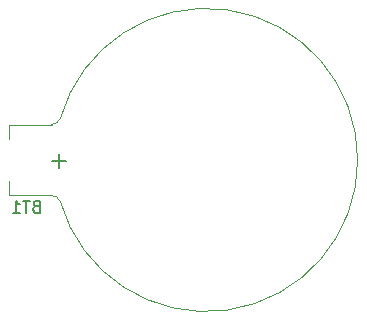
<source format=gbr>
%TF.GenerationSoftware,KiCad,Pcbnew,(5.99.0-11498-g1a301d8eea)*%
%TF.CreationDate,2021-09-08T01:14:58+03:00*%
%TF.ProjectId,f,662e6b69-6361-4645-9f70-636258585858,rev?*%
%TF.SameCoordinates,Original*%
%TF.FileFunction,Legend,Bot*%
%TF.FilePolarity,Positive*%
%FSLAX46Y46*%
G04 Gerber Fmt 4.6, Leading zero omitted, Abs format (unit mm)*
G04 Created by KiCad (PCBNEW (5.99.0-11498-g1a301d8eea)) date 2021-09-08 01:14:58*
%MOMM*%
%LPD*%
G01*
G04 APERTURE LIST*
%ADD10C,0.150000*%
%ADD11C,0.120000*%
G04 APERTURE END LIST*
D10*
%TO.C,BT1*%
X101242573Y-109697296D02*
X101099716Y-109744915D01*
X101052097Y-109792534D01*
X101004478Y-109887772D01*
X101004478Y-110030629D01*
X101052097Y-110125867D01*
X101099716Y-110173486D01*
X101194954Y-110221105D01*
X101575906Y-110221105D01*
X101575906Y-109221105D01*
X101242573Y-109221105D01*
X101147335Y-109268725D01*
X101099716Y-109316344D01*
X101052097Y-109411582D01*
X101052097Y-109506820D01*
X101099716Y-109602058D01*
X101147335Y-109649677D01*
X101242573Y-109697296D01*
X101575906Y-109697296D01*
X100718763Y-109221105D02*
X100147335Y-109221105D01*
X100433049Y-110221105D02*
X100433049Y-109221105D01*
X99290192Y-110221105D02*
X99861620Y-110221105D01*
X99575906Y-110221105D02*
X99575906Y-109221105D01*
X99671144Y-109363963D01*
X99766382Y-109459201D01*
X99861620Y-109506820D01*
X103778287Y-105875867D02*
X102635430Y-105875867D01*
X103206859Y-106447296D02*
X103206859Y-105304439D01*
D11*
X99006859Y-103968725D02*
X99006859Y-102768725D01*
X128493029Y-105841038D02*
G75*
G03*
X103306859Y-102268725I-12836170J72313D01*
G01*
X103308613Y-102242341D02*
G75*
G02*
X102556859Y-102768725I-751754J273616D01*
G01*
X128493029Y-105696412D02*
G75*
G02*
X103306859Y-109268725I-12836170J-72313D01*
G01*
X103308613Y-109295109D02*
G75*
G03*
X102556859Y-108768725I-751754J-273616D01*
G01*
X99006859Y-108768725D02*
X102606859Y-108768725D01*
X99006859Y-107568725D02*
X99006859Y-108768725D01*
X99006859Y-102768725D02*
X102606859Y-102768725D01*
%TD*%
M02*

</source>
